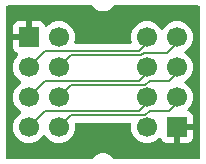
<source format=gtl>
G04 #@! TF.GenerationSoftware,KiCad,Pcbnew,8.0.7*
G04 #@! TF.CreationDate,2025-01-22T20:06:29+01:00*
G04 #@! TF.ProjectId,minsync_connect,6d696e73-796e-4635-9f63-6f6e6e656374,rev?*
G04 #@! TF.SameCoordinates,Original*
G04 #@! TF.FileFunction,Copper,L1,Top*
G04 #@! TF.FilePolarity,Positive*
%FSLAX46Y46*%
G04 Gerber Fmt 4.6, Leading zero omitted, Abs format (unit mm)*
G04 Created by KiCad (PCBNEW 8.0.7) date 2025-01-22 20:06:29*
%MOMM*%
%LPD*%
G01*
G04 APERTURE LIST*
G04 #@! TA.AperFunction,ComponentPad*
%ADD10R,1.700000X1.700000*%
G04 #@! TD*
G04 #@! TA.AperFunction,ComponentPad*
%ADD11C,1.700000*%
G04 #@! TD*
G04 #@! TA.AperFunction,Conductor*
%ADD12C,0.200000*%
G04 #@! TD*
G04 APERTURE END LIST*
D10*
X148730000Y-36190000D03*
D11*
X151270000Y-36190000D03*
X148730000Y-38730000D03*
X151270000Y-38730000D03*
X148730000Y-41270000D03*
X151270000Y-41270000D03*
X148730000Y-43810000D03*
X151270000Y-43810000D03*
D10*
X161270000Y-43810000D03*
D11*
X158730000Y-43810000D03*
X161270000Y-41270000D03*
X158730000Y-41270000D03*
X161270000Y-38730000D03*
X158730000Y-38730000D03*
X161270000Y-36190000D03*
X158730000Y-36190000D03*
D12*
X152260000Y-42820000D02*
X158593654Y-42820000D01*
X151270000Y-43810000D02*
X152260000Y-42820000D01*
X160620000Y-42420000D02*
X161770000Y-41270000D01*
X158593654Y-42820000D02*
X158993654Y-42420000D01*
X158993654Y-42420000D02*
X160620000Y-42420000D01*
X148730000Y-41270000D02*
X150120000Y-39880000D01*
X150120000Y-39880000D02*
X158080000Y-39880000D01*
X158080000Y-39880000D02*
X159230000Y-38730000D01*
X158593654Y-40280000D02*
X158993654Y-39880000D01*
X160620000Y-39880000D02*
X161770000Y-38730000D01*
X158993654Y-39880000D02*
X160620000Y-39880000D01*
X151270000Y-41270000D02*
X152260000Y-40280000D01*
X152260000Y-40280000D02*
X158593654Y-40280000D01*
X148730000Y-38730000D02*
X150120000Y-37340000D01*
X158080000Y-37340000D02*
X159230000Y-36190000D01*
X150120000Y-37340000D02*
X158080000Y-37340000D01*
X148730000Y-43810000D02*
X150120000Y-42420000D01*
X158080000Y-42420000D02*
X159230000Y-41270000D01*
X150120000Y-42420000D02*
X158080000Y-42420000D01*
X161770000Y-36190000D02*
X160460000Y-37500000D01*
X160460000Y-37500000D02*
X158485686Y-37500000D01*
X158245686Y-37740000D02*
X152260000Y-37740000D01*
X152260000Y-37740000D02*
X151270000Y-38730000D01*
X158485686Y-37500000D02*
X158245686Y-37740000D01*
G04 #@! TA.AperFunction,Conductor*
G36*
X154131109Y-33520185D02*
G01*
X154169497Y-33559222D01*
X154198164Y-33605520D01*
X154323077Y-33742544D01*
X154323080Y-33742546D01*
X154471048Y-33854286D01*
X154556124Y-33896649D01*
X154637018Y-33936930D01*
X154637022Y-33936931D01*
X154637029Y-33936935D01*
X154815371Y-33987678D01*
X154999999Y-34004786D01*
X155000000Y-34004786D01*
X155000001Y-34004786D01*
X155092314Y-33996232D01*
X155184629Y-33987678D01*
X155362971Y-33936935D01*
X155528952Y-33854286D01*
X155676920Y-33742546D01*
X155801837Y-33605519D01*
X155830503Y-33559222D01*
X155882531Y-33512587D01*
X155935930Y-33500500D01*
X163075500Y-33500500D01*
X163142539Y-33520185D01*
X163188294Y-33572989D01*
X163199500Y-33624500D01*
X163199500Y-46375500D01*
X163179815Y-46442539D01*
X163127011Y-46488294D01*
X163075500Y-46499500D01*
X155935930Y-46499500D01*
X155868891Y-46479815D01*
X155830503Y-46440778D01*
X155821979Y-46427011D01*
X155801837Y-46394481D01*
X155784383Y-46375335D01*
X155676922Y-46257455D01*
X155528952Y-46145714D01*
X155362981Y-46063069D01*
X155362968Y-46063064D01*
X155184627Y-46012321D01*
X155184628Y-46012321D01*
X155000001Y-45995214D01*
X154999999Y-45995214D01*
X154815371Y-46012321D01*
X154637031Y-46063064D01*
X154637018Y-46063069D01*
X154471047Y-46145714D01*
X154323077Y-46257455D01*
X154198164Y-46394479D01*
X154169497Y-46440778D01*
X154117469Y-46487413D01*
X154064070Y-46499500D01*
X146924500Y-46499500D01*
X146857461Y-46479815D01*
X146811706Y-46427011D01*
X146800500Y-46375500D01*
X146800500Y-38729999D01*
X147374341Y-38729999D01*
X147374341Y-38730000D01*
X147394936Y-38965403D01*
X147394938Y-38965413D01*
X147456094Y-39193655D01*
X147456096Y-39193659D01*
X147456097Y-39193663D01*
X147507127Y-39303097D01*
X147555965Y-39407830D01*
X147555967Y-39407834D01*
X147691501Y-39601395D01*
X147691506Y-39601402D01*
X147858597Y-39768493D01*
X147858603Y-39768498D01*
X148044158Y-39898425D01*
X148087783Y-39953002D01*
X148094977Y-40022500D01*
X148063454Y-40084855D01*
X148044158Y-40101575D01*
X147858597Y-40231505D01*
X147691505Y-40398597D01*
X147555965Y-40592169D01*
X147555964Y-40592171D01*
X147456098Y-40806335D01*
X147456094Y-40806344D01*
X147394938Y-41034586D01*
X147394936Y-41034596D01*
X147374341Y-41269999D01*
X147374341Y-41270000D01*
X147394936Y-41505403D01*
X147394938Y-41505413D01*
X147456094Y-41733655D01*
X147456096Y-41733659D01*
X147456097Y-41733663D01*
X147507127Y-41843097D01*
X147555965Y-41947830D01*
X147555967Y-41947834D01*
X147664281Y-42102521D01*
X147691501Y-42141396D01*
X147691506Y-42141402D01*
X147858597Y-42308493D01*
X147858603Y-42308498D01*
X148044158Y-42438425D01*
X148087783Y-42493002D01*
X148094977Y-42562500D01*
X148063454Y-42624855D01*
X148044158Y-42641575D01*
X147858597Y-42771505D01*
X147691505Y-42938597D01*
X147555965Y-43132169D01*
X147555964Y-43132171D01*
X147456098Y-43346335D01*
X147456094Y-43346344D01*
X147394938Y-43574586D01*
X147394936Y-43574596D01*
X147374341Y-43809999D01*
X147374341Y-43810000D01*
X147394936Y-44045403D01*
X147394938Y-44045413D01*
X147456094Y-44273655D01*
X147456096Y-44273659D01*
X147456097Y-44273663D01*
X147536004Y-44445023D01*
X147555965Y-44487830D01*
X147555967Y-44487834D01*
X147664281Y-44642521D01*
X147691505Y-44681401D01*
X147858599Y-44848495D01*
X147935135Y-44902086D01*
X148052165Y-44984032D01*
X148052167Y-44984033D01*
X148052170Y-44984035D01*
X148266337Y-45083903D01*
X148494592Y-45145063D01*
X148665319Y-45160000D01*
X148729999Y-45165659D01*
X148730000Y-45165659D01*
X148730001Y-45165659D01*
X148794681Y-45160000D01*
X148965408Y-45145063D01*
X149193663Y-45083903D01*
X149407830Y-44984035D01*
X149601401Y-44848495D01*
X149768495Y-44681401D01*
X149898425Y-44495842D01*
X149953002Y-44452217D01*
X150022500Y-44445023D01*
X150084855Y-44476546D01*
X150101575Y-44495842D01*
X150231500Y-44681395D01*
X150231505Y-44681401D01*
X150398599Y-44848495D01*
X150475135Y-44902086D01*
X150592165Y-44984032D01*
X150592167Y-44984033D01*
X150592170Y-44984035D01*
X150806337Y-45083903D01*
X151034592Y-45145063D01*
X151205319Y-45160000D01*
X151269999Y-45165659D01*
X151270000Y-45165659D01*
X151270001Y-45165659D01*
X151334681Y-45160000D01*
X151505408Y-45145063D01*
X151733663Y-45083903D01*
X151947830Y-44984035D01*
X152141401Y-44848495D01*
X152308495Y-44681401D01*
X152444035Y-44487830D01*
X152543903Y-44273663D01*
X152605063Y-44045408D01*
X152625659Y-43810000D01*
X152605063Y-43574592D01*
X152605060Y-43574584D01*
X152604122Y-43569258D01*
X152605781Y-43568965D01*
X152607261Y-43506746D01*
X152646423Y-43448883D01*
X152710651Y-43421377D01*
X152725374Y-43420500D01*
X157274626Y-43420500D01*
X157341665Y-43440185D01*
X157387420Y-43492989D01*
X157397364Y-43562147D01*
X157395711Y-43570204D01*
X157394936Y-43574596D01*
X157374341Y-43809999D01*
X157374341Y-43810000D01*
X157394936Y-44045403D01*
X157394938Y-44045413D01*
X157456094Y-44273655D01*
X157456096Y-44273659D01*
X157456097Y-44273663D01*
X157536004Y-44445023D01*
X157555965Y-44487830D01*
X157555967Y-44487834D01*
X157664281Y-44642521D01*
X157691505Y-44681401D01*
X157858599Y-44848495D01*
X157935135Y-44902086D01*
X158052165Y-44984032D01*
X158052167Y-44984033D01*
X158052170Y-44984035D01*
X158266337Y-45083903D01*
X158494592Y-45145063D01*
X158665319Y-45160000D01*
X158729999Y-45165659D01*
X158730000Y-45165659D01*
X158730001Y-45165659D01*
X158794681Y-45160000D01*
X158965408Y-45145063D01*
X159193663Y-45083903D01*
X159407830Y-44984035D01*
X159601401Y-44848495D01*
X159723717Y-44726178D01*
X159785036Y-44692696D01*
X159854728Y-44697680D01*
X159910662Y-44739551D01*
X159927577Y-44770528D01*
X159976646Y-44902088D01*
X159976649Y-44902093D01*
X160062809Y-45017187D01*
X160062812Y-45017190D01*
X160177906Y-45103350D01*
X160177913Y-45103354D01*
X160312620Y-45153596D01*
X160312627Y-45153598D01*
X160372155Y-45159999D01*
X160372172Y-45160000D01*
X161020000Y-45160000D01*
X161020000Y-44243012D01*
X161077007Y-44275925D01*
X161204174Y-44310000D01*
X161335826Y-44310000D01*
X161462993Y-44275925D01*
X161520000Y-44243012D01*
X161520000Y-45160000D01*
X162167828Y-45160000D01*
X162167844Y-45159999D01*
X162227372Y-45153598D01*
X162227379Y-45153596D01*
X162362086Y-45103354D01*
X162362093Y-45103350D01*
X162477187Y-45017190D01*
X162477190Y-45017187D01*
X162563350Y-44902093D01*
X162563354Y-44902086D01*
X162613596Y-44767379D01*
X162613598Y-44767372D01*
X162619999Y-44707844D01*
X162620000Y-44707827D01*
X162620000Y-44060000D01*
X161703012Y-44060000D01*
X161735925Y-44002993D01*
X161770000Y-43875826D01*
X161770000Y-43744174D01*
X161735925Y-43617007D01*
X161703012Y-43560000D01*
X162620000Y-43560000D01*
X162620000Y-42912172D01*
X162619999Y-42912155D01*
X162613598Y-42852627D01*
X162613596Y-42852620D01*
X162563354Y-42717913D01*
X162563350Y-42717906D01*
X162477190Y-42602812D01*
X162477187Y-42602809D01*
X162362093Y-42516649D01*
X162362088Y-42516646D01*
X162230528Y-42467577D01*
X162174595Y-42425705D01*
X162150178Y-42360241D01*
X162165030Y-42291968D01*
X162186175Y-42263720D01*
X162308495Y-42141401D01*
X162444035Y-41947830D01*
X162543903Y-41733663D01*
X162605063Y-41505408D01*
X162625659Y-41270000D01*
X162605063Y-41034592D01*
X162543903Y-40806337D01*
X162444035Y-40592171D01*
X162365843Y-40480500D01*
X162308494Y-40398597D01*
X162141402Y-40231506D01*
X162141396Y-40231501D01*
X161955842Y-40101575D01*
X161912217Y-40046998D01*
X161905023Y-39977500D01*
X161936546Y-39915145D01*
X161955842Y-39898425D01*
X161978026Y-39882891D01*
X162141401Y-39768495D01*
X162308495Y-39601401D01*
X162444035Y-39407830D01*
X162543903Y-39193663D01*
X162605063Y-38965408D01*
X162625659Y-38730000D01*
X162605063Y-38494592D01*
X162543903Y-38266337D01*
X162444035Y-38052171D01*
X162308495Y-37858599D01*
X162308494Y-37858597D01*
X162141402Y-37691506D01*
X162141396Y-37691501D01*
X161955842Y-37561575D01*
X161912217Y-37506998D01*
X161905023Y-37437500D01*
X161936546Y-37375145D01*
X161955842Y-37358425D01*
X162064865Y-37282086D01*
X162141401Y-37228495D01*
X162308495Y-37061401D01*
X162444035Y-36867830D01*
X162543903Y-36653663D01*
X162605063Y-36425408D01*
X162625659Y-36190000D01*
X162605063Y-35954592D01*
X162543903Y-35726337D01*
X162444035Y-35512171D01*
X162438425Y-35504158D01*
X162308494Y-35318597D01*
X162141402Y-35151506D01*
X162141395Y-35151501D01*
X161947834Y-35015967D01*
X161947830Y-35015965D01*
X161876727Y-34982809D01*
X161733663Y-34916097D01*
X161733659Y-34916096D01*
X161733655Y-34916094D01*
X161505413Y-34854938D01*
X161505403Y-34854936D01*
X161270001Y-34834341D01*
X161269999Y-34834341D01*
X161034596Y-34854936D01*
X161034586Y-34854938D01*
X160806344Y-34916094D01*
X160806335Y-34916098D01*
X160592171Y-35015964D01*
X160592169Y-35015965D01*
X160398597Y-35151505D01*
X160231505Y-35318597D01*
X160101575Y-35504158D01*
X160046998Y-35547783D01*
X159977500Y-35554977D01*
X159915145Y-35523454D01*
X159898425Y-35504158D01*
X159768494Y-35318597D01*
X159601402Y-35151506D01*
X159601395Y-35151501D01*
X159407834Y-35015967D01*
X159407830Y-35015965D01*
X159336727Y-34982809D01*
X159193663Y-34916097D01*
X159193659Y-34916096D01*
X159193655Y-34916094D01*
X158965413Y-34854938D01*
X158965403Y-34854936D01*
X158730001Y-34834341D01*
X158729999Y-34834341D01*
X158494596Y-34854936D01*
X158494586Y-34854938D01*
X158266344Y-34916094D01*
X158266335Y-34916098D01*
X158052171Y-35015964D01*
X158052169Y-35015965D01*
X157858597Y-35151505D01*
X157691505Y-35318597D01*
X157555965Y-35512169D01*
X157555964Y-35512171D01*
X157456098Y-35726335D01*
X157456094Y-35726344D01*
X157394938Y-35954586D01*
X157394936Y-35954596D01*
X157374341Y-36189999D01*
X157374341Y-36190000D01*
X157394936Y-36425403D01*
X157394938Y-36425413D01*
X157437272Y-36583407D01*
X157435609Y-36653257D01*
X157396446Y-36711119D01*
X157332218Y-36738623D01*
X157317497Y-36739500D01*
X152682503Y-36739500D01*
X152615464Y-36719815D01*
X152569709Y-36667011D01*
X152559765Y-36597853D01*
X152562728Y-36583407D01*
X152601153Y-36440000D01*
X152605063Y-36425408D01*
X152625659Y-36190000D01*
X152605063Y-35954592D01*
X152543903Y-35726337D01*
X152444035Y-35512171D01*
X152438425Y-35504158D01*
X152308494Y-35318597D01*
X152141402Y-35151506D01*
X152141395Y-35151501D01*
X151947834Y-35015967D01*
X151947830Y-35015965D01*
X151876727Y-34982809D01*
X151733663Y-34916097D01*
X151733659Y-34916096D01*
X151733655Y-34916094D01*
X151505413Y-34854938D01*
X151505403Y-34854936D01*
X151270001Y-34834341D01*
X151269999Y-34834341D01*
X151034596Y-34854936D01*
X151034586Y-34854938D01*
X150806344Y-34916094D01*
X150806335Y-34916098D01*
X150592171Y-35015964D01*
X150592169Y-35015965D01*
X150398600Y-35151503D01*
X150276284Y-35273819D01*
X150214961Y-35307303D01*
X150145269Y-35302319D01*
X150089336Y-35260447D01*
X150072421Y-35229470D01*
X150023354Y-35097913D01*
X150023350Y-35097906D01*
X149937190Y-34982812D01*
X149937187Y-34982809D01*
X149822093Y-34896649D01*
X149822086Y-34896645D01*
X149687379Y-34846403D01*
X149687372Y-34846401D01*
X149627844Y-34840000D01*
X148980000Y-34840000D01*
X148980000Y-35756988D01*
X148922993Y-35724075D01*
X148795826Y-35690000D01*
X148664174Y-35690000D01*
X148537007Y-35724075D01*
X148480000Y-35756988D01*
X148480000Y-34840000D01*
X147832155Y-34840000D01*
X147772627Y-34846401D01*
X147772620Y-34846403D01*
X147637913Y-34896645D01*
X147637906Y-34896649D01*
X147522812Y-34982809D01*
X147522809Y-34982812D01*
X147436649Y-35097906D01*
X147436645Y-35097913D01*
X147386403Y-35232620D01*
X147386401Y-35232627D01*
X147380000Y-35292155D01*
X147380000Y-35940000D01*
X148296988Y-35940000D01*
X148264075Y-35997007D01*
X148230000Y-36124174D01*
X148230000Y-36255826D01*
X148264075Y-36382993D01*
X148296988Y-36440000D01*
X147380000Y-36440000D01*
X147380000Y-37087844D01*
X147386401Y-37147372D01*
X147386403Y-37147379D01*
X147436645Y-37282086D01*
X147436649Y-37282093D01*
X147522809Y-37397187D01*
X147522812Y-37397190D01*
X147637906Y-37483350D01*
X147637913Y-37483354D01*
X147769470Y-37532421D01*
X147825403Y-37574292D01*
X147849821Y-37639756D01*
X147834970Y-37708029D01*
X147813819Y-37736284D01*
X147691503Y-37858600D01*
X147555965Y-38052169D01*
X147555964Y-38052171D01*
X147456098Y-38266335D01*
X147456094Y-38266344D01*
X147394938Y-38494586D01*
X147394936Y-38494596D01*
X147374341Y-38729999D01*
X146800500Y-38729999D01*
X146800500Y-33624500D01*
X146820185Y-33557461D01*
X146872989Y-33511706D01*
X146924500Y-33500500D01*
X154064070Y-33500500D01*
X154131109Y-33520185D01*
G37*
G04 #@! TD.AperFunction*
M02*

</source>
